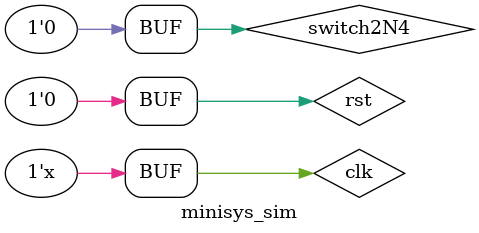
<source format=v>
`timescale 1ns / 1ps


module minisys_sim();
    // input
    reg clk = 0;
    reg rst = 1;
    reg switch2N4 = 8'b10101100; // ÕâÑùÉùÃ÷ÕæµÄÃ»ÎÊÌâ£¿
    
    // output
    wire led2N4;
    
    cpu u(.highclk(clk),.rst(rst),.led2N4(led2N4),.switch2N4(switch2N4));
    
    initial begin;
        #7000 rst = 0;
    end
    always #10 clk = ~clk; // ÕâÑù·ÂÕæÕæµÄÃ»ÎÊÌâ£¿

endmodule

</source>
